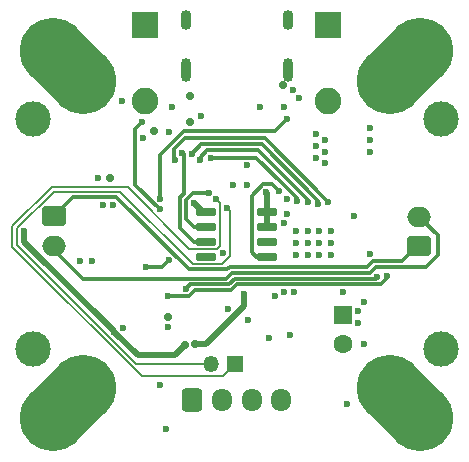
<source format=gbr>
%TF.GenerationSoftware,KiCad,Pcbnew,8.0.2*%
%TF.CreationDate,2024-09-15T16:43:51-04:00*%
%TF.ProjectId,StepperMotorDriver,53746570-7065-4724-9d6f-746f72447269,rev?*%
%TF.SameCoordinates,Original*%
%TF.FileFunction,Copper,L4,Bot*%
%TF.FilePolarity,Positive*%
%FSLAX46Y46*%
G04 Gerber Fmt 4.6, Leading zero omitted, Abs format (unit mm)*
G04 Created by KiCad (PCBNEW 8.0.2) date 2024-09-15 16:43:51*
%MOMM*%
%LPD*%
G01*
G04 APERTURE LIST*
G04 Aperture macros list*
%AMRoundRect*
0 Rectangle with rounded corners*
0 $1 Rounding radius*
0 $2 $3 $4 $5 $6 $7 $8 $9 X,Y pos of 4 corners*
0 Add a 4 corners polygon primitive as box body*
4,1,4,$2,$3,$4,$5,$6,$7,$8,$9,$2,$3,0*
0 Add four circle primitives for the rounded corners*
1,1,$1+$1,$2,$3*
1,1,$1+$1,$4,$5*
1,1,$1+$1,$6,$7*
1,1,$1+$1,$8,$9*
0 Add four rect primitives between the rounded corners*
20,1,$1+$1,$2,$3,$4,$5,0*
20,1,$1+$1,$4,$5,$6,$7,0*
20,1,$1+$1,$6,$7,$8,$9,0*
20,1,$1+$1,$8,$9,$2,$3,0*%
%AMHorizOval*
0 Thick line with rounded ends*
0 $1 width*
0 $2 $3 position (X,Y) of the first rounded end (center of the circle)*
0 $4 $5 position (X,Y) of the second rounded end (center of the circle)*
0 Add line between two ends*
20,1,$1,$2,$3,$4,$5,0*
0 Add two circle primitives to create the rounded ends*
1,1,$1,$2,$3*
1,1,$1,$4,$5*%
G04 Aperture macros list end*
%TA.AperFunction,ComponentPad*%
%ADD10R,1.600000X1.600000*%
%TD*%
%TA.AperFunction,ComponentPad*%
%ADD11C,1.600000*%
%TD*%
%TA.AperFunction,ComponentPad*%
%ADD12C,3.000000*%
%TD*%
%TA.AperFunction,ComponentPad*%
%ADD13RoundRect,0.250000X0.750000X-0.600000X0.750000X0.600000X-0.750000X0.600000X-0.750000X-0.600000X0*%
%TD*%
%TA.AperFunction,ComponentPad*%
%ADD14O,2.000000X1.700000*%
%TD*%
%TA.AperFunction,ComponentPad*%
%ADD15HorizOval,5.600000X-1.272792X1.272792X1.272792X-1.272792X0*%
%TD*%
%TA.AperFunction,ComponentPad*%
%ADD16R,2.250000X2.250000*%
%TD*%
%TA.AperFunction,ComponentPad*%
%ADD17C,2.250000*%
%TD*%
%TA.AperFunction,ComponentPad*%
%ADD18HorizOval,5.600000X-1.272792X-1.272792X1.272792X1.272792X0*%
%TD*%
%TA.AperFunction,ComponentPad*%
%ADD19RoundRect,0.250000X-0.750000X0.600000X-0.750000X-0.600000X0.750000X-0.600000X0.750000X0.600000X0*%
%TD*%
%TA.AperFunction,ComponentPad*%
%ADD20O,0.900000X2.000000*%
%TD*%
%TA.AperFunction,ComponentPad*%
%ADD21O,0.900000X1.700000*%
%TD*%
%TA.AperFunction,ComponentPad*%
%ADD22HorizOval,5.600000X1.272792X1.272792X-1.272792X-1.272792X0*%
%TD*%
%TA.AperFunction,ComponentPad*%
%ADD23RoundRect,0.250000X-0.600000X-0.725000X0.600000X-0.725000X0.600000X0.725000X-0.600000X0.725000X0*%
%TD*%
%TA.AperFunction,ComponentPad*%
%ADD24O,1.700000X1.950000*%
%TD*%
%TA.AperFunction,ComponentPad*%
%ADD25R,1.350000X1.350000*%
%TD*%
%TA.AperFunction,ComponentPad*%
%ADD26O,1.350000X1.350000*%
%TD*%
%TA.AperFunction,SMDPad,CuDef*%
%ADD27RoundRect,0.150000X0.725000X0.150000X-0.725000X0.150000X-0.725000X-0.150000X0.725000X-0.150000X0*%
%TD*%
%TA.AperFunction,ViaPad*%
%ADD28C,0.700000*%
%TD*%
%TA.AperFunction,ViaPad*%
%ADD29C,0.600000*%
%TD*%
%TA.AperFunction,Conductor*%
%ADD30C,0.300000*%
%TD*%
%TA.AperFunction,Conductor*%
%ADD31C,0.500000*%
%TD*%
%TA.AperFunction,Conductor*%
%ADD32C,0.200000*%
%TD*%
G04 APERTURE END LIST*
D10*
%TO.P,C8,1*%
%TO.N,VCC*%
X82250000Y-69544888D03*
D11*
%TO.P,C8,2*%
%TO.N,GND*%
X82250000Y-72044888D03*
%TD*%
D12*
%TO.P,J9,1,Pin_1*%
%TO.N,GND*%
X90500000Y-53000000D03*
%TD*%
D13*
%TO.P,J7,1,Pin_1*%
%TO.N,/CANH*%
X88700000Y-63750000D03*
D14*
%TO.P,J7,2,Pin_2*%
%TO.N,/CANL*%
X88700000Y-61250000D03*
%TD*%
D15*
%TO.P,H3,1,1*%
%TO.N,GND*%
X58977207Y-48477207D03*
%TD*%
D16*
%TO.P,SW1,1,A*%
%TO.N,GND*%
X81000000Y-45000000D03*
D17*
%TO.P,SW1,2,B*%
%TO.N,Net-(SW1-B)*%
X81000000Y-51500000D03*
%TD*%
D18*
%TO.P,H4,1,1*%
%TO.N,GND*%
X58977207Y-77022793D03*
%TD*%
D15*
%TO.P,H2,1,1*%
%TO.N,GND*%
X87522791Y-77022791D03*
%TD*%
D12*
%TO.P,J2,1,Pin_1*%
%TO.N,GND*%
X56000000Y-53000000D03*
%TD*%
%TO.P,J3,1,Pin_1*%
%TO.N,VCC*%
X90500000Y-72500000D03*
%TD*%
D19*
%TO.P,J1,1,Pin_1*%
%TO.N,/CANH*%
X57800000Y-61241432D03*
D14*
%TO.P,J1,2,Pin_2*%
%TO.N,/CANL*%
X57800000Y-63741432D03*
%TD*%
D12*
%TO.P,J8,1,Pin_1*%
%TO.N,VCC*%
X56000000Y-72500000D03*
%TD*%
D20*
%TO.P,J10,S1,SHIELD*%
%TO.N,GND*%
X77570000Y-48811250D03*
D21*
X77570000Y-44641250D03*
D20*
X68930000Y-48811250D03*
D21*
X68930000Y-44641250D03*
%TD*%
D22*
%TO.P,H1,1,1*%
%TO.N,GND*%
X87522792Y-48477208D03*
%TD*%
D23*
%TO.P,J4,1,Pin_1*%
%TO.N,/OA2*%
X69500000Y-76750000D03*
D24*
%TO.P,J4,2,Pin_2*%
%TO.N,/OA1*%
X72000000Y-76750000D03*
%TO.P,J4,3,Pin_3*%
%TO.N,/OB1*%
X74500000Y-76750000D03*
%TO.P,J4,4,Pin_4*%
%TO.N,/OB2*%
X77000000Y-76750000D03*
%TD*%
D25*
%TO.P,J5,1,Pin_1*%
%TO.N,/SWCLK*%
X73066028Y-73750000D03*
D26*
%TO.P,J5,2,Pin_2*%
%TO.N,/SWDIO*%
X71066028Y-73750000D03*
%TD*%
D16*
%TO.P,SW2,1,A*%
%TO.N,GND*%
X65500000Y-45000000D03*
D17*
%TO.P,SW2,2,B*%
%TO.N,Net-(SW2-B)*%
X65500000Y-51500000D03*
%TD*%
D27*
%TO.P,U6,1,VDD*%
%TO.N,+3V3*%
X75825000Y-60845000D03*
%TO.P,U6,2,MODE*%
X75825000Y-62115000D03*
%TO.P,U6,3,OUT*%
%TO.N,unconnected-(U6-OUT-Pad3)*%
X75825000Y-63385000D03*
%TO.P,U6,4,GND*%
%TO.N,GND*%
X75825000Y-64655000D03*
%TO.P,U6,5,PUSH*%
%TO.N,unconnected-(U6-PUSH-Pad5)*%
X70675000Y-64655000D03*
%TO.P,U6,6,A*%
%TO.N,/ESDA*%
X70675000Y-63385000D03*
%TO.P,U6,7,B*%
%TO.N,/ESCL*%
X70675000Y-62115000D03*
%TO.P,U6,8,Z*%
%TO.N,+3V3*%
X70675000Y-60845000D03*
%TD*%
D28*
%TO.N,GND*%
X62520258Y-57990546D03*
D29*
X83165380Y-61165380D03*
X77468664Y-59760000D03*
X81250000Y-63500000D03*
X72103667Y-64320414D03*
X76846023Y-59096023D03*
X80250000Y-62500000D03*
X84000000Y-68500000D03*
X84500000Y-55750000D03*
X81250000Y-62500000D03*
D28*
X69250000Y-51000000D03*
D29*
X76000000Y-71500000D03*
X67547536Y-54047537D03*
D28*
X67450000Y-69750000D03*
D29*
X63500000Y-51500000D03*
X75254139Y-52001493D03*
X67250000Y-79250000D03*
X80250000Y-63500000D03*
X81250000Y-64500000D03*
X79250000Y-63500000D03*
X84000000Y-72000000D03*
X67450000Y-70609637D03*
X72500000Y-69106568D03*
X67750000Y-52000000D03*
X61926505Y-60250000D03*
X62750000Y-60250000D03*
X66750000Y-75500000D03*
X72889230Y-58610770D03*
X82608880Y-77108880D03*
X80250000Y-64500000D03*
X74219970Y-70046722D03*
X60000000Y-65000000D03*
D28*
X77125000Y-50125000D03*
D29*
X79250000Y-62500000D03*
X84500000Y-54750000D03*
X63650000Y-70669240D03*
X77499817Y-61060742D03*
X78250000Y-62500000D03*
X77222998Y-51997030D03*
X77750000Y-71250000D03*
X84500000Y-53750000D03*
X78250000Y-64500000D03*
X78000000Y-50500000D03*
X78250000Y-63500000D03*
X79250000Y-64500000D03*
X61000000Y-64973507D03*
%TO.N,+3V3*%
X78530000Y-51250000D03*
X77212816Y-61807491D03*
X69600000Y-60075000D03*
D28*
X69250000Y-53250000D03*
X68875000Y-72125000D03*
D29*
X74097298Y-58595668D03*
X65311747Y-54558347D03*
X80750000Y-56750000D03*
X80000000Y-54250000D03*
D28*
X66250000Y-54000000D03*
D29*
X61500000Y-58000000D03*
X74150000Y-56900000D03*
X73871873Y-67784373D03*
X62850000Y-71000000D03*
X75750000Y-59155287D03*
X65787500Y-73000000D03*
X55250000Y-62500000D03*
X70250000Y-52750000D03*
X80750000Y-55750000D03*
X80750000Y-54750000D03*
D28*
X69750000Y-72000000D03*
D29*
X80000000Y-56250000D03*
X80000000Y-55250000D03*
%TO.N,VCC*%
X83500000Y-70250000D03*
X78100000Y-67650000D03*
X83500000Y-69250000D03*
X84559998Y-64385354D03*
X77250000Y-67650000D03*
X76500000Y-68000000D03*
X82250000Y-67650000D03*
%TO.N,/MOT_ENABLE*%
X68915708Y-67339593D03*
X85152446Y-66347554D03*
%TO.N,/MOT_DIAG*%
X70107698Y-56477902D03*
X79260869Y-59989131D03*
%TO.N,/MOT_SPREAD*%
X67466398Y-67987997D03*
X86000000Y-66250000D03*
%TO.N,/MOT_MS1*%
X68000000Y-56500000D03*
X80989679Y-60000000D03*
%TO.N,/MOT_MS2*%
X69420380Y-55920380D03*
X80155269Y-60151600D03*
%TO.N,/MOT_INDEX*%
X78353553Y-59896448D03*
X71038878Y-56288768D03*
%TO.N,/ESCL*%
X70900000Y-59250000D03*
%TO.N,/ESDA*%
X68625437Y-55830557D03*
%TO.N,/CAN_RX*%
X65588118Y-65500000D03*
X67470056Y-64942944D03*
%TO.N,Net-(SW2-B)*%
X65250000Y-53250000D03*
X66711765Y-60613235D03*
%TO.N,Net-(SW1-B)*%
X77500000Y-53000000D03*
X66758885Y-59741115D03*
%TO.N,/SWDIO*%
X72450000Y-60500000D03*
%TO.N,/SWCLK*%
X71525000Y-59750735D03*
%TD*%
D30*
%TO.N,/MOT_SPREAD*%
X86000000Y-66419239D02*
X86000000Y-66250000D01*
X85419239Y-67000000D02*
X86000000Y-66419239D01*
X73265683Y-67000000D02*
X85419239Y-67000000D01*
X68613149Y-67989593D02*
X69184947Y-67989593D01*
X68611553Y-67987997D02*
X68613149Y-67989593D01*
X69184947Y-67989593D02*
X69674540Y-67500000D01*
X72765683Y-67500000D02*
X73265683Y-67000000D01*
X67466398Y-67987997D02*
X68611553Y-67987997D01*
X69674540Y-67500000D02*
X72765683Y-67500000D01*
%TO.N,GND*%
X76141262Y-64655000D02*
X75825000Y-64655000D01*
X74500000Y-64250000D02*
X74905000Y-64655000D01*
X75480761Y-58505287D02*
X74500000Y-59486048D01*
X76846023Y-59096023D02*
X76255287Y-58505287D01*
X74500000Y-59486048D02*
X74500000Y-64250000D01*
X74905000Y-64655000D02*
X75825000Y-64655000D01*
X76255287Y-58505287D02*
X75480761Y-58505287D01*
D31*
%TO.N,+3V3*%
X75825000Y-59230287D02*
X75825000Y-62115000D01*
X69600000Y-60075000D02*
X70370000Y-60845000D01*
X62850000Y-71000000D02*
X64850000Y-73000000D01*
X62850000Y-70975000D02*
X55250000Y-63375000D01*
X70370000Y-60845000D02*
X70675000Y-60845000D01*
X68000000Y-73000000D02*
X65787500Y-73000000D01*
X55250000Y-63375000D02*
X55250000Y-62500000D01*
X68875000Y-72125000D02*
X68000000Y-73000000D01*
X75750000Y-59155287D02*
X75825000Y-59230287D01*
D30*
X76000000Y-60670000D02*
X75825000Y-60845000D01*
D31*
X64850000Y-73000000D02*
X65787500Y-73000000D01*
X62850000Y-71000000D02*
X62850000Y-70975000D01*
D30*
%TO.N,/MOT_ENABLE*%
X69255301Y-67000000D02*
X72558576Y-67000000D01*
X85000000Y-66500000D02*
X85152446Y-66347554D01*
X73058576Y-66500000D02*
X85000000Y-66500000D01*
X68915708Y-67339593D02*
X69255301Y-67000000D01*
X72558576Y-67000000D02*
X73058576Y-66500000D01*
%TO.N,/MOT_DIAG*%
X70769639Y-55638768D02*
X75015112Y-55638768D01*
X79260869Y-59884525D02*
X79260869Y-59989131D01*
X70107698Y-56300709D02*
X70769639Y-55638768D01*
X70107698Y-56477902D02*
X70107698Y-56300709D01*
X75015112Y-55638768D02*
X79260869Y-59884525D01*
%TO.N,/MOT_MS1*%
X68861232Y-54638768D02*
X75628447Y-54638768D01*
X67975437Y-55524563D02*
X68861232Y-54638768D01*
X67975437Y-56475437D02*
X67975437Y-55524563D01*
X68000000Y-56500000D02*
X67975437Y-56475437D01*
X75628447Y-54638768D02*
X80989679Y-60000000D01*
%TO.N,/MOT_MS2*%
X70201992Y-55138768D02*
X69420380Y-55920380D01*
X75388768Y-55138768D02*
X70201992Y-55138768D01*
X80155269Y-60151600D02*
X80155269Y-59905269D01*
X80155269Y-59905269D02*
X75388768Y-55138768D01*
%TO.N,/MOT_INDEX*%
X77115262Y-58446023D02*
X78353553Y-59684314D01*
X78353553Y-59684314D02*
X78353553Y-59896448D01*
X71077646Y-56250000D02*
X74916022Y-56250000D01*
X71038878Y-56288768D02*
X71077646Y-56250000D01*
X74916022Y-56250000D02*
X77112045Y-58446023D01*
X77112045Y-58446023D02*
X77115262Y-58446023D01*
%TO.N,/CANH*%
X63066580Y-59600000D02*
X69171580Y-65705000D01*
X69171580Y-65705000D02*
X72439363Y-65705000D01*
X84271447Y-65500000D02*
X84771447Y-65000000D01*
X84771447Y-65000000D02*
X87250000Y-65000000D01*
X72644363Y-65500000D02*
X84271447Y-65500000D01*
X72439363Y-65705000D02*
X72644363Y-65500000D01*
X57800000Y-61241432D02*
X57800000Y-61200000D01*
X87250000Y-65000000D02*
X87950000Y-64300000D01*
X57800000Y-61200000D02*
X59400000Y-59600000D01*
X59400000Y-59600000D02*
X63066580Y-59600000D01*
%TO.N,/CANL*%
X89250000Y-65500000D02*
X90250000Y-64500000D01*
X90250000Y-62800000D02*
X88700000Y-61250000D01*
X57800000Y-63741432D02*
X57800000Y-64050000D01*
X90250000Y-64500000D02*
X90250000Y-62800000D01*
X85000000Y-65500000D02*
X89250000Y-65500000D01*
X60250000Y-66500000D02*
X72351470Y-66500000D01*
X57800000Y-64050000D02*
X60250000Y-66500000D01*
X72851470Y-66000000D02*
X84500000Y-66000000D01*
X72351470Y-66500000D02*
X72851470Y-66000000D01*
X84500000Y-66000000D02*
X85000000Y-65500000D01*
%TO.N,/ESCL*%
X68950000Y-59805761D02*
X68950000Y-61450000D01*
X68950000Y-61450000D02*
X69615000Y-62115000D01*
X69505761Y-59250000D02*
X68950000Y-59805761D01*
X69615000Y-62115000D02*
X70675000Y-62115000D01*
X70900000Y-59250000D02*
X69505761Y-59250000D01*
%TO.N,/ESDA*%
X69635000Y-63385000D02*
X70675000Y-63385000D01*
X68750000Y-59298655D02*
X68450000Y-59598655D01*
X68450000Y-59598655D02*
X68450000Y-62200000D01*
X68750000Y-55955120D02*
X68750000Y-59298655D01*
X68450000Y-62200000D02*
X69635000Y-63385000D01*
X68625437Y-55830557D02*
X68750000Y-55955120D01*
%TO.N,/CAN_RX*%
X67470056Y-64942944D02*
X66913000Y-65500000D01*
X66913000Y-65500000D02*
X65588118Y-65500000D01*
%TO.N,Net-(SW2-B)*%
X66711765Y-60613235D02*
X64661747Y-58563217D01*
X64661747Y-53838253D02*
X65250000Y-53250000D01*
X64661747Y-58563217D02*
X64661747Y-53838253D01*
%TO.N,Net-(SW1-B)*%
X66758885Y-56034009D02*
X66758885Y-59741115D01*
X68792894Y-54000000D02*
X66758885Y-56034009D01*
X76500000Y-54000000D02*
X68792894Y-54000000D01*
X77500000Y-53000000D02*
X76500000Y-54000000D01*
D32*
%TO.N,/SWDIO*%
X72017610Y-65255000D02*
X69505000Y-65255000D01*
X72703667Y-60753667D02*
X72703667Y-64568943D01*
X63400000Y-59150000D02*
X57751471Y-59150000D01*
X54650000Y-63648529D02*
X64751471Y-73750000D01*
X54650000Y-62251471D02*
X54650000Y-63648529D01*
X69505000Y-65255000D02*
X63400000Y-59150000D01*
X64751471Y-73750000D02*
X71066028Y-73750000D01*
X72703667Y-64568943D02*
X72017610Y-65255000D01*
X72450000Y-60500000D02*
X72703667Y-60753667D01*
X57751471Y-59150000D02*
X54650000Y-62251471D01*
%TO.N,/SWCLK*%
X54500000Y-64064215D02*
X65185785Y-74750000D01*
X54250000Y-63814215D02*
X54484315Y-64048529D01*
X54484315Y-64048529D02*
X54500000Y-64064215D01*
X72066028Y-74750000D02*
X73066028Y-73750000D01*
X64000000Y-58750000D02*
X57585785Y-58750000D01*
X54250000Y-62085785D02*
X54250000Y-63814215D01*
X71525000Y-59750735D02*
X71850000Y-60075735D01*
X71850000Y-63725552D02*
X71590552Y-63985000D01*
X57585785Y-58750000D02*
X54250000Y-62085785D01*
X69235000Y-63985000D02*
X64000000Y-58750000D01*
X65185785Y-74750000D02*
X72066028Y-74750000D01*
X71850000Y-60075735D02*
X71850000Y-63725552D01*
X71590552Y-63985000D02*
X69235000Y-63985000D01*
D31*
%TO.N,+3V3*%
X73871873Y-68795356D02*
X73871873Y-67784373D01*
X70667229Y-72000000D02*
X73871873Y-68795356D01*
X69750000Y-72000000D02*
X70667229Y-72000000D01*
%TD*%
M02*

</source>
